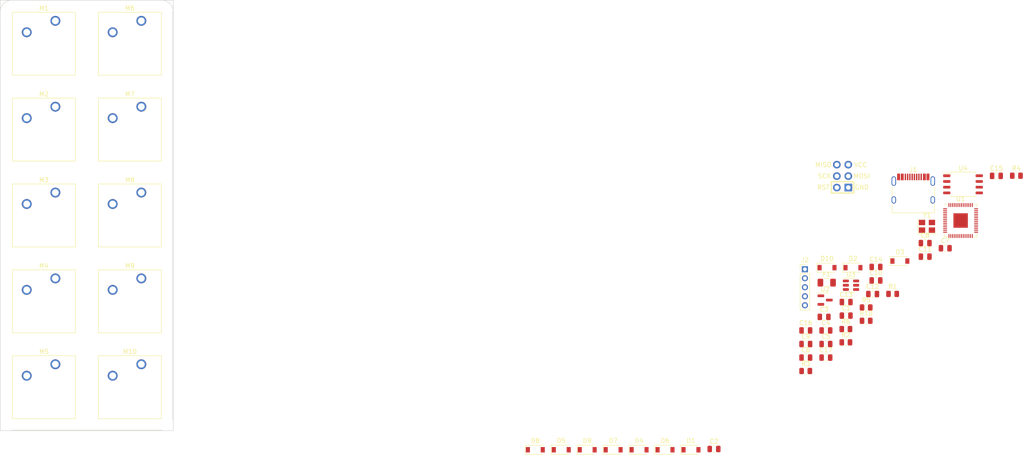
<source format=kicad_pcb>
(kicad_pcb (version 20211014) (generator pcbnew)
  (layers (0 "F.Cu" signal) (31 "B.Cu" signal) (34 "B.Paste" user) (35 "F.Paste" user) (36 "B.SilkS" user "B.Silkscreen") (37 "F.SilkS" user "F.Silkscreen") (38 "B.Mask" user) (39 "F.Mask" user) (44 "Edge.Cuts" user))
  (net 0 "")
  (net 1 "GND")
  (net 2 "Net-(C1-Pad2)")
  (net 3 "Net-(C2-Pad2)")
  (net 4 "+3.3V")
  (net 5 "Net-(C4-Pad1)")
  (net 6 "Net-(C5-Pad1)")
  (net 7 "+1V1")
  (net 8 "Net-(D1-Pad1)")
  (net 9 "Net-(M1-Pad2)")
  (net 10 "Net-(D2-Pad1)")
  (net 11 "Net-(M2-Pad2)")
  (net 12 "Net-(D3-Pad1)")
  (net 13 "Net-(M3-Pad2)")
  (net 14 "Net-(D4-Pad1)")
  (net 15 "Net-(M4-Pad2)")
  (net 16 "Net-(D5-Pad1)")
  (net 17 "Net-(M5-Pad2)")
  (net 18 "Net-(D6-Pad2)")
  (net 19 "Net-(D7-Pad2)")
  (net 20 "Net-(D8-Pad2)")
  (net 21 "Net-(D9-Pad2)")
  (net 22 "Net-(D10-Pad2)")
  (net 23 "+5V")
  (net 24 "VBUS")
  (net 25 "Net-(J1-PadA5)")
  (net 26 "DP")
  (net 27 "DN")
  (net 29 "Net-(J1-PadB5)")
  (net 31 "Reset")
  (net 32 "DIO")
  (net 33 "CLK")
  (net 34 "Net-(M1-Pad1)")
  (net 35 "Net-(M10-Pad1)")
  (net 36 "Net-(R1-Pad1)")
  (net 37 "Net-(R2-Pad2)")
  (net 38 "Net-(R3-Pad2)")
  (net 39 "Net-(R4-Pad1)")
  (net 40 "SS")
  (net 71 "SD3")
  (net 72 "SCLK")
  (net 73 "SD0")
  (net 74 "SD2")
  (net 75 "SD1")
  (footprint "Button_Switch_Keyboard:SW_Cherry_MX_1.00u_PCB" (layer "F.Cu") (at 35.08375 64.77)
    (fp_text reference "M3" (at -2.54 -2.794) (layer "F.SilkS"))
    (fp_text value "MX-NoLED")
    (fp_line (start -9.525 -1.905) (end 4.445 -1.905) (layer "F.SilkS") (width 0.12))
    (fp_line (start 4.445 12.065) (end -9.525 12.065) (layer "F.SilkS") (width 0.12))
    (fp_line (start 4.445 -1.905) (end 4.445 12.065) (layer "F.SilkS") (width 0.12))
    (fp_line (start -9.525 12.065) (end -9.525 -1.905) (layer "F.SilkS") (width 0.12))
    (pad "" np_thru_hole circle (at 2.54 5.08) (size 1.7 1.7) (drill 1.7) (layers *.Cu *.Mask))
    (pad "" np_thru_hole circle (at -2.54 5.08) (size 4 4) (drill 4) (layers *.Cu *.Mask))
    (pad "" np_thru_hole circle (at -7.62 5.08) (size 1.7 1.7) (drill 1.7) (layers *.Cu *.Mask))
    (pad "1" thru_hole circle (at 0 0) (size 2.2 2.2) (drill 1.5) (layers *.Cu *.Mask) (net 34 "Net-(M1-Pad1)"))
    (pad "2" thru_hole circle (at -6.35 2.54) (size 2.2 2.2) (drill 1.5) (layers *.Cu *.Mask) (net 13 "Net-(M3-Pad2)"))
  )
  (footprint "Capacitor_SMD:C_0805_2012Metric" (layer "F.Cu") (at 232.30375 77.125)
    (fp_text reference "C7" (at 0 -1.68) (layer "F.SilkS"))
    (fp_text value "100nF")
    (fp_line (start -0.261252 -0.735) (end 0.261252 -0.735) (layer "F.SilkS") (width 0.12))
    (fp_line (start -0.261252 0.735) (end 0.261252 0.735) (layer "F.SilkS") (width 0.12))
    (pad "1" smd roundrect (at -0.95 0) (size 1 1.45) (layers "F.Cu" "F.Paste" "F.Mask") (net 7 "+1V1"))
    (pad "2" smd roundrect (at 0.95 0) (size 1 1.45) (layers "F.Cu" "F.Paste" "F.Mask") (net 1 "GND"))
  )
  (footprint "Resistor_SMD:R_0805_2012Metric" (layer "F.Cu") (at 214.77375 90.265)
    (fp_text reference "R5" (at 0 -1.65) (layer "F.SilkS"))
    (fp_text value "5.1k")
    (fp_line (start -0.227064 -0.735) (end 0.227064 -0.735) (layer "F.SilkS") (width 0.12))
    (fp_line (start -0.227064 0.735) (end 0.227064 0.735) (layer "F.SilkS") (width 0.12))
    (pad "1" smd roundrect (at -0.9125 0) (size 1.025 1.4) (layers "F.Cu" "F.Paste" "F.Mask") (roundrect_rratio 0.243902) (net 25 "Net-(J1-PadA5)"))
    (pad "2" smd roundrect (at 0.9125 0) (size 1.025 1.4) (layers "F.Cu" "F.Paste" "F.Mask") (roundrect_rratio 0.243902) (net 1 "GND"))
  )
  (footprint "Diode_SMD:D_SOD-123" (layer "F.Cu") (at 141.45375 121.835)
    (fp_text reference "D8" (at 0 -2) (layer "F.SilkS"))
    (fp_text value "D_Small")
    (fp_line (start -2.25 -1) (end 1.65 -1) (layer "F.SilkS") (width 0.12))
    (fp_line (start -2.25 -1) (end -2.25 1) (layer "F.SilkS") (width 0.12))
    (fp_line (start -2.25 1) (end 1.65 1) (layer "F.SilkS") (width 0.12))
    (pad "1" smd rect (at -1.65 0) (size 0.9 1.2) (layers "F.Cu" "F.Paste" "F.Mask") (net 12 "Net-(D3-Pad1)"))
    (pad "2" smd rect (at 1.65 0) (size 0.9 1.2) (layers "F.Cu" "F.Paste" "F.Mask") (net 20 "Net-(D8-Pad2)"))
  )
  (footprint "Diode_SMD:D_SOD-123" (layer "F.Cu") (at 175.95375 121.835)
    (fp_text reference "D1" (at 0 -2) (layer "F.SilkS"))
    (fp_text value "D_Small")
    (fp_line (start -2.25 1) (end 1.65 1) (layer "F.SilkS") (width 0.12))
    (fp_line (start -2.25 -1) (end -2.25 1) (layer "F.SilkS") (width 0.12))
    (fp_line (start -2.25 -1) (end 1.65 -1) (layer "F.SilkS") (width 0.12))
    (pad "1" smd rect (at -1.65 0) (size 0.9 1.2) (layers "F.Cu" "F.Paste" "F.Mask") (net 8 "Net-(D1-Pad1)"))
    (pad "2" smd rect (at 1.65 0) (size 0.9 1.2) (layers "F.Cu" "F.Paste" "F.Mask") (net 9 "Net-(M1-Pad2)"))
  )
  (footprint "Resistor_SMD:R_0805_2012Metric" (layer "F.Cu") (at 210.28375 95.055)
    (fp_text reference "R6" (at 0 -1.65) (layer "F.SilkS"))
    (fp_text value "5.1k")
    (fp_line (start -0.227064 -0.735) (end 0.227064 -0.735) (layer "F.SilkS") (width 0.12))
    (fp_line (start -0.227064 0.735) (end 0.227064 0.735) (layer "F.SilkS") (width 0.12))
    (pad "1" smd roundrect (at -0.9125 0) (size 1.025 1.4) (layers "F.Cu" "F.Paste" "F.Mask") (roundrect_rratio 0.243902) (net 29 "Net-(J1-PadB5)"))
    (pad "2" smd roundrect (at 0.9125 0) (size 1.025 1.4) (layers "F.Cu" "F.Paste" "F.Mask") (roundrect_rratio 0.243902) (net 1 "GND"))
  )
  (footprint "Capacitor_SMD:C_0805_2012Metric" (layer "F.Cu") (at 205.85375 98.375)
    (fp_text reference "C5" (at 0 -1.68) (layer "F.SilkS"))
    (fp_text value "1uF")
    (fp_line (start -0.261252 0.735) (end 0.261252 0.735) (layer "F.SilkS") (width 0.12))
    (fp_line (start -0.261252 -0.735) (end 0.261252 -0.735) (layer "F.SilkS") (width 0.12))
    (pad "1" smd roundrect (at -0.95 0) (size 1 1.45) (layers "F.Cu" "F.Paste" "F.Mask") (net 6 "Net-(C5-Pad1)"))
    (pad "2" smd roundrect (at 0.95 0) (size 1 1.45) (layers "F.Cu" "F.Paste" "F.Mask") (net 1 "GND"))
  )
  (footprint "Capacitor_SMD:C_0805_2012Metric" (layer "F.Cu") (at 205.85375 101.385)
    (fp_text reference "C17" (at 0 -1.68) (layer "F.SilkS"))
    (fp_text value "100nF")
    (fp_line (start -0.261252 0.735) (end 0.261252 0.735) (layer "F.SilkS") (width 0.12))
    (fp_line (start -0.261252 -0.735) (end 0.261252 -0.735) (layer "F.SilkS") (width 0.12))
    (pad "1" smd roundrect (at -0.95 0) (size 1 1.45) (layers "F.Cu" "F.Paste" "F.Mask") (net 4 "+3.3V"))
    (pad "2" smd roundrect (at 0.95 0) (size 1 1.45) (layers "F.Cu" "F.Paste" "F.Mask") (net 1 "GND"))
  )
  (footprint "Package_TO_SOT_SMD:SOT-23-6" (layer "F.Cu") (at 211.41375 85.335)
    (fp_text reference "U3" (at 0 -2.4) (layer "F.SilkS"))
    (fp_text value "SRV05-4")
    (fp_line (start 0 1.56) (end 0.8 1.56) (layer "F.SilkS") (width 0.12))
    (fp_line (start 0 -1.56) (end -1.8 -1.56) (layer "F.SilkS") (width 0.12))
    (fp_line (start 0 -1.56) (end 0.8 -1.56) (layer "F.SilkS") (width 0.12))
    (fp_line (start 0 1.56) (end -0.8 1.56) (layer "F.SilkS") (width 0.12))
    (pad "1" smd roundrect (at -1.1375 -0.95) (size 1.325 0.6) (layers "F.Cu" "F.Paste" "F.Mask") (net 26 "DP"))
    (pad "2" smd roundrect (at -1.1375 0) (size 1.325 0.6) (layers "F.Cu" "F.Paste" "F.Mask") (net 1 "GND"))
    (pad "3" smd roundrect (at -1.1375 0.95) (size 1.325 0.6) (layers "F.Cu" "F.Paste" "F.Mask"))
    (pad "4" smd roundrect (at 1.1375 0.95) (size 1.325 0.6) (layers "F.Cu" "F.Paste" "F.Mask") (net 27 "DN"))
    (pad "5" smd roundrect (at 1.1375 0) (size 1.325 0.6) (layers "F.Cu" "F.Paste" "F.Mask") (net 23 "+5V"))
    (pad "6" smd roundrect (at 1.1375 -0.95) (size 1.325 0.6) (layers "F.Cu" "F.Paste" "F.Mask"))
  )
  (footprint "Button_Switch_Keyboard:SW_Cherry_MX_1.00u_PCB" (layer "F.Cu") (at 54.13375 102.87)
    (fp_text reference "M10" (at -2.54 -2.794) (layer "F.SilkS"))
    (fp_text value "MX-NoLED")
    (fp_line (start -9.525 12.065) (end -9.525 -1.905) (layer "F.SilkS") (width 0.12))
    (fp_line (start -9.525 -1.905) (end 4.445 -1.905) (layer "F.SilkS") (width 0.12))
    (fp_line (start 4.445 12.065) (end -9.525 12.065) (layer "F.SilkS") (width 0.12))
    (fp_line (start 4.445 -1.905) (end 4.445 12.065) (layer "F.SilkS") (width 0.12))
    (pad "" np_thru_hole circle (at 2.54 5.08) (size 1.7 1.7) (drill 1.7) (layers *.Cu *.Mask))
    (pad "" np_thru_hole circle (at -7.62 5.08) (size 1.7 1.7) (drill 1.7) (layers *.Cu *.Mask))
    (pad "" np_thru_hole circle (at -2.54 5.08) (size 4 4) (drill 4) (layers *.Cu *.Mask))
    (pad "1" thru_hole circle (at 0 0) (size 2.2 2.2) (drill 1.5) (layers *.Cu *.Mask) (net 35 "Net-(M10-Pad1)"))
    (pad "2" thru_hole circle (at -6.35 2.54) (size 2.2 2.2) (drill 1.5) (layers *.Cu *.Mask) (net 22 "Net-(D10-Pad2)"))
  )
  (footprint "Button_Switch_Keyboard:SW_Cherry_MX_1.00u_PCB" (layer "F.Cu") (at 54.13375 26.67)
    (fp_text reference "M6" (at -2.54 -2.794) (layer "F.SilkS"))
    (fp_text value "MX-NoLED")
    (fp_line (start -9.525 12.065) (end -9.525 -1.905) (layer "F.SilkS") (width 0.12))
    (fp_line (start 4.445 12.065) (end -9.525 12.065) (layer "F.SilkS") (width 0.12))
    (fp_line (start 4.445 -1.905) (end 4.445 12.065) (layer "F.SilkS") (width 0.12))
    (fp_line (start -9.525 -1.905) (end 4.445 -1.905) (layer "F.SilkS") (width 0.12))
    (pad "" np_thru_hole circle (at -7.62 5.08) (size 1.7 1.7) (drill 1.7) (layers *.Cu *.Mask))
    (pad "" np_thru_hole circle (at -2.54 5.08) (size 4 4) (drill 4) (layers *.Cu *.Mask))
    (pad "" np_thru_hole circle (at 2.54 5.08) (size 1.7 1.7) (drill 1.7) (layers *.Cu *.Mask))
    (pad "1" thru_hole circle (at 0 0) (size 2.2 2.2) (drill 1.5) (layers *.Cu *.Mask) (net 35 "Net-(M10-Pad1)"))
    (pad "2" thru_hole circle (at -6.35 2.54) (size 2.2 2.2) (drill 1.5) (layers *.Cu *.Mask) (net 18 "Net-(D6-Pad2)"))
  )
  (footprint "Diode_SMD:D_SOD-123" (layer "F.Cu") (at 211.85375 81.435)
    (fp_text reference "D2" (at 0 -2) (layer "F.SilkS"))
    (fp_text value "D_Small")
    (fp_line (start -2.25 -1) (end 1.65 -1) (layer "F.SilkS") (width 0.12))
    (fp_line (start -2.25 -1) (end -2.25 1) (layer "F.SilkS") (width 0.12))
    (fp_line (start -2.25 1) (end 1.65 1) (layer "F.SilkS") (width 0.12))
    (pad "1" smd rect (at -1.65 0) (size 0.9 1.2) (layers "F.Cu" "F.Paste" "F.Mask") (net 10 "Net-(D2-Pad1)"))
    (pad "2" smd rect (at 1.65 0) (size 0.9 1.2) (layers "F.Cu" "F.Paste" "F.Mask") (net 11 "Net-(M2-Pad2)"))
  )
  (footprint "Diode_SMD:D_SOD-123" (layer "F.Cu") (at 147.20375 121.835)
    (fp_text reference "D5" (at 0 -2) (layer "F.SilkS"))
    (fp_text value "D_Small")
    (fp_line (start -2.25 -1) (end -2.25 1) (layer "F.SilkS") (width 0.12))
    (fp_line (start -2.25 -1) (end 1.65 -1) (layer "F.SilkS") (width 0.12))
    (fp_line (start -2.25 1) (end 1.65 1) (layer "F.SilkS") (width 0.12))
    (pad "1" smd rect (at -1.65 0) (size 0.9 1.2) (layers "F.Cu" "F.Paste" "F.Mask") (net 16 "Net-(D5-Pad1)"))
    (pad "2" smd rect (at 1.65 0) (size 0.9 1.2) (layers "F.Cu" "F.Paste" "F.Mask") (net 17 "Net-(M5-Pad2)"))
  )
  (footprint "random-keyboard-parts:Reset_Pretty" (layer "F.Cu") (at 209.55 61.11875)
    (fp_text reference "SW1")
    (fp_text value "Boot")
    (fp_text user "MISO" (at -4.25 -2.5) (layer "F.SilkS"))
    (fp_text user "SCK" (at -4 0) (layer "F.SilkS"))
    (fp_text user "MOSI" (at 4.25 0) (layer "F.SilkS"))
    (fp_text user "VCC" (at 4 -2.5) (layer "F.SilkS"))
    (fp_text user "GND" (at 4.25 2.5) (layer "F.SilkS"))
    (fp_text user "RST" (at -4.25 2.5) (layer "F.SilkS"))
    (fp_line (start -2.5 3.75) (end -2.5 1.25) (layer "F.SilkS") (width 0.25))
    (fp_line (start 2.5 3.75) (end -2.5 3.75) (layer "F.SilkS") (width 0.25))
    (fp_line (start 2.5 1.25) (end 2.5 3.75) (layer "F.SilkS") (width 0.25))
    (fp_line (start -2.5 1.25) (end 2.5 1.25) (layer "F.SilkS") (width 0.25))
    (pad "1" thru_hole circle locked (at -1.27 -2.54) (size 1.7 1.7) (drill 1) (layers *.Cu *.Mask) (net 39 "Net-(R4-Pad1)"))
    (pad "2" thru_hole circle locked (at 1.27 -2.54) (size 1.7 1.7) (drill 1) (layers *.Cu *.Mask) (net 1 "GND"))
    (pad "3" thru_hole circle locked (at -1.27 0) (size 1.7 1.7) (drill 1) (layers *.Cu *.Mask))
    (pad "4" thru_hole circle locked (at 1.27 0) (size 1.7 1.7) (drill 1) (layers *.Cu *.Mask))
    (pad "5" thru_hole circle locked (at -1.27 2.54) (size 1.7 1.7) (drill 1) (layers *.Cu *.Mask))
    (pad "6" thru_hole rect locked (at 1.27 2.54) (size 1.7 1.7) (drill 1) (layers *.Cu *.Mask))
  )
  (footprint "Button_Switch_Keyboard:SW_Cherry_MX_1.00u_PCB" (layer "F.Cu") (at 35.08375 102.87)
    (fp_text reference "M5" (at -2.54 -2.794) (layer "F.SilkS"))
    (fp_text value "MX-NoLED")
    (fp_line (start -9.525 -1.905) (end 4.445 -1.905) (layer "F.SilkS") (width 0.12))
    (fp_line (start 4.445 -1.905) (end 4.445 12.065) (layer "F.SilkS") (width 0.12))
    (fp_line (start 4.445 12.065) (end -9.525 12.065) (layer "F.SilkS") (width 0.12))
    (fp_line (start -9.525 12.065) (end -9.525 -1.905) (layer "F.SilkS") (width 0.12))
    (pad "" np_thru_hole circle (at 2.54 5.08) (size 1.7 1.7) (drill 1.7) (layers *.Cu *.Mask))
    (pad "" np_thru_hole circle (at -7.62 5.08) (size 1.7 1.7) (drill 1.7) (layers *.Cu *.Mask))
    (pad "" np_thru_hole circle (at -2.54 5.08) (size 4 4) (drill 4) (layers *.Cu *.Mask))
    (pad "1" thru_hole circle (at 0 0) (size 2.2 2.2) (drill 1.5) (layers *.Cu *.Mask) (net 34 "Net-(M1-Pad1)"))
    (pad "2" thru_hole circle (at -6.35 2.54) (size 2.2 2.2) (drill 1.5) (layers *.Cu *.Mask) (net 17 "Net-(M5-Pad2)"))
  )
  (footprint "Capacitor_SMD:C_0805_2012Metric" (layer "F.Cu") (at 205.85375 95.365)
    (fp_text reference "C4" (at 0 -1.68) (layer "F.SilkS"))
    (fp_text value "1uF")
    (fp_line (start -0.261252 0.735) (end 0.261252 0.735) (layer "F.SilkS") (width 0.12))
    (fp_line (start -0.261252 -0.735) (end 0.261252 -0.735) (layer "F.SilkS") (width 0.12))
    (pad "1" smd roundrect (at -0.95 0) (size 1 1.45) (layers "F.Cu" "F.Paste" "F.Mask") (net 5 "Net-(C4-Pad1)"))
    (pad "2" smd roundrect (at 0.95 0) (size 1 1.45) (layers "F.Cu" "F.Paste" "F.Mask") (net 1 "GND"))
  )
  (footprint "Capacitor_SMD:C_0805_2012Metric" (layer "F.Cu") (at 210.34375 89.065)
    (fp_text reference "C13" (at 0 -1.68) (layer "F.SilkS"))
    (fp_text value "100nF")
    (fp_line (start -0.261252 0.735) (end 0.261252 0.735) (layer "F.SilkS") (width 0.12))
    (fp_line (start -0.261252 -0.735) (end 0.261252 -0.735) (layer "F.SilkS") (width 0.12))
    (pad "1" smd roundrect (at -0.95 0) (size 1 1.45) (layers "F.Cu" "F.Paste" "F.Mask") (net 4 "+3.3V"))
    (pad "2" smd roundrect (at 0.95 0) (size 1 1.45) (layers "F.Cu" "F.Paste" "F.Mask") (net 1 "GND"))
  )
  (footprint "Diode_SMD:D_SOD-123" (layer "F.Cu") (at 170.20375 121.835)
    (fp_text reference "D6" (at 0 -2) (layer "F.SilkS"))
    (fp_text value "D_Small")
    (fp_line (start -2.25 -1) (end -2.25 1) (layer "F.SilkS") (width 0.12))
    (fp_line (start -2.25 1) (end 1.65 1) (layer "F.SilkS") (width 0.12))
    (fp_line (start -2.25 -1) (end 1.65 -1) (layer "F.SilkS") (width 0.12))
    (pad "1" smd rect (at -1.65 0) (size 0.9 1.2) (layers "F.Cu" "F.Paste" "F.Mask") (net 8 "Net-(D1-Pad1)"))
    (pad "2" smd rect (at 1.65 0) (size 0.9 1.2) (layers "F.Cu" "F.Paste" "F.Mask") (net 18 "Net-(D6-Pad2)"))
  )
  (footprint "Capacitor_SMD:C_0805_2012Metric" (layer "F.Cu") (at 210.34375 92.075)
    (fp_text reference "C1" (at 0 -1.68) (layer "F.SilkS"))
    (fp_text value "22pF")
    (fp_line (start -0.261252 0.735) (end 0.261252 0.735) (layer "F.SilkS") (width 0.12))
    (fp_line (start -0.261252 -0.735) (end 0.261252 -0.735) (layer "F.SilkS") (width 0.12))
    (pad "1" smd roundrect (at -0.95 0) (size 1 1.45) (layers "F.Cu" "F.Paste" "F.Mask") (net 1 "GND"))
    (pad "2" smd roundrect (at 0.95 0) (size 1 1.45) (layers "F.Cu" "F.Paste" "F.Mask") (net 2 "Net-(C1-Pad2)"))
  )
  (footprint "Package_SO:SOIC-8_5.23x5.23mm_P1.27mm" (layer "F.Cu") (at 236.24375 62.945)
    (fp_text reference "U4" (at 0 -3.56) (layer "F.SilkS"))
    (fp_text value "W25Q128JVS")
    (fp_line (start 0 -2.725) (end -2.725 -2.725) (layer "F.SilkS") (width 0.12))
    (fp_line (start 0 2.725) (end 2.725 2.725) (layer "F.SilkS") (width 0.12))
    (fp_line (start 0 2.725) (end -2.725 2.725) (layer "F.SilkS") (width 0.12))
    (fp_line (start 2.725 -2.725) (end 2.725 -2.465) (layer "F.SilkS") (width 0.12))
    (fp_line (start -2.725 -2.465) (end -4.4 -2.465) (layer "F.SilkS") (width 0.12))
    (fp_line (start 0 -2.725) (end 2.725 -2.725) (layer "F.SilkS") (width 0.12))
    (fp_line (start 2.725 2.725) (end 2.725 2.465) (layer "F.SilkS") (width 0.12))
    (fp_line (start -2.725 2.725) (end -2.725 2.465) (layer "F.SilkS") (width 0.12))
    (fp_line (start -2.725 -2.725) (end -2.725 -2.465) (layer "F.SilkS") (width 0.12))
    (pad "1" smd roundrect (at -3.6 -1.905) (size 1.6 0.6) (layers "F.Cu" "F.Paste" "F.Mask") (net 40 "SS"))
    (pad "2" smd roundrect (at -3.6 -0.635) (size 1.6 0.6) (layers "F.Cu" "F.Paste" "F.Mask") (net 75 "SD1"))
    (pad "3" smd roundrect (at -3.6 0.635) (size 1.6 0.6) (layers "F.Cu" "F.Paste" "F.Mask") (net 74 "SD2"))
    (pad "4" smd roundrect (at -3.6 1.905) (size 1.6 0.6) (layers "F.Cu" "F.Paste" "F.Mask") (net 1 "GND"))
    (pad "5" smd roundrect (at 3.6 1.905) (size 1.6 0.6) (layers "F.Cu" "F.Paste" "F.Mask") (net 73 "SD0"))
    (pad "6" smd roundrect (at 3.6 0.635) (size 1.6 0.6) (layers "F.Cu" "F.Paste" "F.Mask") (net 72 "SCLK"))
    (pad "7" smd roundrect (at 3.6 -0.635) (size 1.6 0.6) (layers "F.Cu" "F.Paste" "F.Mask") (net 71 "SD3"))
    (pad "8" smd roundrect (at 3.6 -1.905) (size 1.6 0.6) (layers "F.Cu" "F.Paste" "F.Mask") (net 4 "+3.3V"))
  )
  (footprint "Diode_SMD:D_SOD-123" (layer "F.Cu") (at 158.70375 121.835)
    (fp_text reference "D7" (at 0 -2) (layer "F.SilkS"))
    (fp_text value "D_Small")
    (fp_line (start -2.25 1) (end 1.65 1) (layer "F.SilkS") (width 0.12))
    (fp_line (start -2.25 -1) (end 1.65 -1) (layer "F.SilkS") (width 0.12))
    (fp_line (start -2.25 -1) (end -2.25 1) (layer "F.SilkS") (width 0.12))
    (pad "1" smd rect (at -1.65 0) (size 0.9 1.2) (layers "F.Cu" "F.Paste" "F.Mask") (net 10 "Net-(D2-Pad1)"))
    (pad "2" smd rect (at 1.65 0) (size 0.9 1.2) (layers "F.Cu" "F.Paste" "F.Mask") (net 19 "Net-(D7-Pad2)"))
  )
  (footprint "Button_Switch_Keyboard:SW_Cherry_MX_1.00u_PCB" (layer "F.Cu") (at 54.13375 45.72)
    (fp_text reference "M7" (at -2.54 -2.794) (layer "F.SilkS"))
    (fp_text value "MX-NoLED")
    (fp_line (start -9.525 12.065) (end -9.525 -1.905) (layer "F.SilkS") (width 0.12))
    (fp_line (start -9.525 -1.905) (end 4.445 -1.905) (layer "F.SilkS") (width 0.12))
    (fp_line (start 4.445 12.065) (end -9.525 12.065) (layer "F.SilkS") (width 0.12))
    (fp_line (start 4.445 -1.905) (end 4.445 12.065) (layer "F.SilkS") (width 0.12))
    (pad "" np_thru_hole circle (at -7.62 5.08) (size 1.7 1.7) (drill 1.7) (layers *.Cu *.Mask))
    (pad "" np_thru_hole circle (at -2.54 5.08) (size 4 4) (drill 4) (layers *.Cu *.Mask))
    (pad "" np_thru_hole circle (at 2.54 5.08) (size 1.7 1.7) (drill 1.7) (layers *.Cu *.Mask))
    (pad "1" thru_hole circle (at 0 0) (size 2.2 2.2) (drill 1.5) (layers *.Cu *.Mask) (net 35 "Net-(M10-Pad1)"))
    (pad "2" thru_hole circle (at -6.35 2.54) (size 2.2 2.2) (drill 1.5) (layers *.Cu *.Mask) (net 19 "Net-(D7-Pad2)"))
  )
  (footprint "Package_TO_SOT_SMD:SOT-23" (layer "F.Cu") (at 205.67375 88.625)
    (fp_text reference "U2" (at 0 -2.4) (layer "F.SilkS"))
    (fp_text value "XC6206PxxxMR")
    (fp_line (start 0 1.56) (end 0.65 1.56) (layer "F.SilkS") (width 0.12))
    (fp_line (start 0 -1.56) (end -1.675 -1.56) (layer "F.SilkS") (width 0.12))
    (fp_line (start 0 -1.56) (end 0.65 -1.56) (layer "F.SilkS") (width 0.12))
    (fp_line (start 0 1.56) (end -0.65 1.56) (layer "F.SilkS") (width 0.12))
    (pad "1" smd roundrect (at -0.9375 -0.95) (size 1.475 0.6) (layers "F.Cu" "F.Paste" "F.Mask") (net 1 "GND"))
    (pad "2" smd roundrect (at -0.9375 0.95) (size 1.475 0.6) (layers "F.Cu" "F.Paste" "F.Mask") (net 6 "Net-(C5-Pad1)"))
    (pad "3" smd roundrect (at 0.9375 0) (size 1.475 0.6) (layers "F.Cu" "F.Paste" "F.Mask") (net 5 "Net-(C4-Pad1)"))
  )
  (footprint "Capacitor_SMD:C_0805_2012Metric" (layer "F.Cu") (at 205.45375 92.355)
    (fp_text reference "C3" (at 0 -1.68) (layer "F.SilkS"))
    (fp_text value "100nF")
    (fp_line (start -0.261252 0.735) (end 0.261252 0.735) (layer "F.SilkS") (width 0.12))
    (fp_line (start -0.261252 -0.735) (end 0.261252 -0.735) (layer "F.SilkS") (width 0.12))
    (pad "1" smd roundrect (at -0.95 0) (size 1 1.45) (layers "F.Cu" "F.Paste" "F.Mask") (net 1 "GND"))
    (pad "2" smd roundrect (at 0.95 0) (size 1 1.45) (layers "F.Cu" "F.Paste" "F.Mask") (net 4 "+3.3V"))
  )
  (footprint "Resistor_SMD:R_0805_2012Metric" (layer "F.Cu") (at 201.38375 104.365)
    (fp_text reference "R3" (at 0 -1.65) (layer "F.SilkS"))
    (fp_text value "1k")
    (fp_line (start -0.227064 -0.735) (end 0.227064 -0.735) (layer "F.SilkS") (width 0.12))
    (fp_line (start -0.227064 0.735) (end 0.227064 0.735) (layer "F.SilkS") (width 0.12))
    (pad "1" smd roundrect (at -0.9125 0) (size 1.025 1.4) (layers "F.Cu" "F.Paste" "F.Mask") (roundrect_rratio 0.243902) (net 3 "Net-(C2-Pad2)"))
    (pad "2" smd roundrect (at 0.9125 0) (size 1.025 1.4) (layers "F.Cu" "F.Paste" "F.Mask") (roundrect_rratio 0.243902) (net 38 "Net-(R3-Pad2)"))
  )
  (footprint "Connector_PinHeader_2.00mm:PinHeader_1x05_P2.00mm_Vertical" (layer "F.Cu") (at 201.20375 81.785)
    (fp_text reference "J2" (at 0 -2.06) (layer "F.SilkS"))
    (fp_text value "Conn_01x05")
    (fp_line (start -1.06 1) (end -1.06 9.06) (layer "F.SilkS") (width 0.12))
    (fp_line (start -1.06 1) (end 1.06 1) (layer "F.SilkS") (width 0.12))
    (fp_line (start -1.06 9.06) (end 1.06 9.06) (layer "F.SilkS") (width 0.12))
    (fp_line (start -1.06 -1.06) (end 0 -1.06) (layer "F.SilkS") (width 0.12))
    (fp_line (start 1.06 1) (end 1.06 9.06) (layer "F.SilkS") (width 0.12))
    (fp_line (start -1.06 0) (end -1.06 -1.06) (layer "F.SilkS") (width 0.12))
    (pad "1" thru_hole rect (at 0 0) (size 1.35 1.35) (drill 0.8) (layers *.Cu *.Mask) (net 31 "Reset"))
    (pad "2" thru_hole oval (at 0 2) (size 1.35 1.35) (drill 0.8) (layers *.Cu *.Mask) (net 1 "GND"))
    (pad "3" thru_hole oval (at 0 4) (size 1.35 1.35) (drill 0.8) (layers *.Cu *.Mask) (net 4 "+3.3V"))
    (pad "4" thru_hole oval (at 0 6) (size 1.35 1.35) (drill 0.8) (layers *.Cu *.Mask) (net 32 "DIO"))
    (pad "5" thru_hole oval (at 0 8) (size 1.35 1.35) (drill 0.8) (layers *.Cu *.Mask) (net 33 "CLK"))
  )
  (footprint "Resistor_SMD:R_0805_2012Metric" (layer "F.Cu") (at 214.77375 93.215)
    (fp_text reference "R10" (at 0 -1.65) (layer "F.SilkS"))
    (fp_text value "1k")
    (fp_line (start -0.227064 -0.735) (end 0.227064 -0.735) (layer "F.SilkS") (width 0.12))
    (fp_line (start -0.227064 0.735) (end 0.227064 0.735) (layer "F.SilkS") (width 0.12))
    (pad "1" smd roundrect (at -0.9125 0) (size 1.025 1.4) (layers "F.Cu" "F.Paste" "F.Mask") (roundrect_rratio 0.243902) (net 4 "+3.3V"))
    (pad "2" smd roundrect (at 0.9125 0) (size 1.025 1.4) (layers "F.Cu" "F.Paste" "F.Mask") (roundrect_rratio 0.243902) (net 31 "Reset"))
  )
  (footprint "Diode_SMD:D_SOD-123" (layer "F.Cu") (at 222.25375 79.965)
    (fp_text reference "D3" (at 0 -2) (layer "F.SilkS"))
    (fp_text value "D_Small")
    (fp_line (start -2.25 1) (end 1.65 1) (layer "F.SilkS") (width 0.12))
    (fp_line (start -2.25 -1) (end -2.25 1) (layer "F.SilkS") (width 0.12))
    (fp_line (start -2.25 -1) (end 1.65 -1) (layer "F.SilkS") (width 0.12))
    (pad "1" smd rect (at -1.65 0) (size 0.9 1.2) (layers "F.Cu" "F.Paste" "F.Mask") (net 12 "Net-(D3-Pad1)"))
    (pad "2" smd rect (at 1.65 0) (size 0.9 1.2) (layers "F.Cu" "F.Paste" "F.Mask") (net 13 "Net-(M3-Pad2)"))
  )
  (footprint "Capacitor_SMD:C_0805_2012Metric" (layer "F.Cu") (at 216.95375 81.265)
    (fp_text reference "C14" (at 0 -1.68) (layer "F.SilkS"))
    (fp_text value "100nF")
    (fp_line (start -0.261252 0.735) (end 0.261252 0.735) (layer "F.SilkS") (width 0.12))
    (fp_line (start -0.261252 -0.735) (end 0.261252 -0.735) (layer "F.SilkS") (width 0.12))
    (pad "1" smd roundrect (at -0.95 0) (size 1 1.45) (layers "F.Cu" "F.Paste" "F.Mask") (net 4 "+3.3V"))
    (pad "2" smd roundrect (at 0.95 0) (size 1 1.45) (layers "F.Cu" "F.Paste" "F.Mask") (net 1 "GND"))
  )
  (footprint "Button_Switch_Keyboard:SW_Cherry_MX_1.00u_PCB" (layer "F.Cu") (at 54.13375 83.82)
    (fp_text reference "M9" (at -2.54 -2.794) (layer "F.SilkS"))
    (fp_text value "MX-NoLED")
    (fp_line (start -9.525 12.065) (end -9.525 -1.905) (layer "F.SilkS") (width 0.12))
    (fp_line (start 4.445 -1.905) (end 4.445 12.065) (layer "F.SilkS") (width 0.12))
    (fp_line (start 4.445 12.065) (end -9.525 12.065) (layer "F.SilkS") (width 0.12))
    (fp_line (start -9.525 -1.905) (end 4.445 -1.905) (layer "F.SilkS") (width 0.12))
    (pad "" np_thru_hole circle (at -2.54 5.08) (size 4 4) (drill 4) (layers *.Cu *.Mask))
    (pad "" np_thru_hole circle (at -7.62 5.08) (size 1.7 1.7) (drill 1.7) (layers *.Cu *.Mask))
    (pad "" np_thru_hole circle (at 2.54 5.08) (size 1.7 1.7) (drill 1.7) (layers *.Cu *.Mask))
    (pad "1" thru_hole circle (at 0 0) (size 2.2 2.2) (drill 1.5) (layers *.Cu *.Mask) (net 35 "Net-(M10-Pad1)"))
    (pad "2" thru_hole circle (at -6.35 2.54) (size 2.2 2.2) (drill 1.5) (layers *.Cu *.Mask) (net 21 "Net-(D9-Pad2)"))
  )
  (footprint "Diode_SMD:D_SOD-123" (layer "F.Cu") (at 164.45375 121.835)
    (fp_text reference "D4" (at 0 -2) (layer "F.SilkS"))
    (fp_text value "D_Small")
    (fp_line (start -2.25 1) (end 1.65 1) (layer "F.SilkS") (width 0.12))
    (fp_line (start -2.25 -1) (end -2.25 1) (layer "F.SilkS") (width 0.12))
    (fp_line (start -2.25 -1) (end 1.65 -1) (layer "F.SilkS") (width 0.12))
    (pad "1" smd rect (at -1.65 0) (size 0.9 1.2) (layers "F.Cu" "F.Paste" "F.Mask") (net 14 "Net-(D4-Pad1)"))
    (pad "2" smd rect (at 1.65 0) (size 0.9 1.2) (layers "F.Cu" "F.Paste" "F.Mask") (net 15 "Net-(M4-Pad2)"))
  )
  (footprint "Capacitor_SMD:C_0805_2012Metric" (layer "F.Cu") (at 201.40375 101.385)
    (fp_text reference "C6" (at 0 -1.68) (layer "F.SilkS"))
    (fp_text value "1uF")
    (fp_line (start -0.261252 0.735) (end 0.261252 0.735) (layer "F.SilkS") (width 0.12))
    (fp_line (start -0.261252 -0.735) (end 0.261252 -0.735) (layer "F.SilkS") (width 0.12))
    (pad "1" smd roundrect (at -0.95 0) (size 1 1.45) (layers "F.Cu" "F.Paste" "F.Mask") (net 7 "+1V1"))
    (pad "2" smd roundrect (at 0.95 0) (size 1 1.45) (layers "F.Cu" "F.Paste" "F.Mask") (net 1 "GND"))
  )
  (footprint "Resistor_SMD:R_0805_2012Metric" (layer "F.Cu") (at 210.28375 98.005)
    (fp_text reference "R2" (at 0 -1.65) (layer "F.SilkS"))
    (fp_text value "27R")
    (fp_line (start -0.227064 -0.735) (end 0.227064 -0.735) (layer "F.SilkS") (width 0.12))
    (fp_line (start -0.227064 0.735) (end 0.227064 0.735) (layer "F.SilkS") (width 0.12))
    (pad "1" smd roundrect (at -0.9125 0) (size 1.025 1.4) (layers "F.Cu" "F.Paste" "F.Mask") (roundrect_rratio 0.243902) (net 27 "DN"))
    (pad "2" smd roundrect (at 0.9125 0) (size 1.025 1.4) (layers "F.Cu" "F.Paste" "F.Mask") (roundrect_rratio 0.243902) (net 37 "Net-(R2-Pad2)"))
  )
  (footprint "Fuse:Fuse_1206_3216Metric" (layer "F.Cu") (at 206.03375 84.755)
    (fp_text reference "F1" (at 0 -1.82) (layer "F.SilkS"))
    (fp_text value "500mA")
    (fp_line (start -0.602064 -0.91) (end 0.602064 -0.91) (layer "F.SilkS") (width 0.12))
    (fp_line (start -0.602064 0.91) (end 0.602064 0.91) (layer "F.SilkS") (width 0.12))
    (pad "1" smd roundrect (at -1.4 0) (size 1.25 1.75) (layers "F.Cu" "F.Paste" "F.Mask") (roundrect_rratio 0.2) (net 23 "+5V"))
    (pad "2" smd roundrect (at 1.4 0) (size 1.25 1.75) (layers "F.Cu" "F.Paste" "F.Mask") (roundrect_rratio 0.2) (net 24 "VBUS"))
  )
  (footprint "Button_Switch_Keyboard:SW_Cherry_MX_1.00u_PCB" (layer "F.Cu") (at 35.08375 45.72)
    (fp_text reference "M2" (at -2.54 -2.794) (layer "F.SilkS"))
    (fp_text value "MX-NoLED")
    (fp_line (start 4.445 -1.905) (end 4.445 12.065) (layer "F.SilkS") (width 0.12))
    (fp_line (start 4.445 12.065) (end -9.525 12.065) (layer "F.SilkS") (width 0.12))
    (fp_line (start -9.525 12.065) (end -9.525 -1.905) (layer "F.SilkS") (width 0.12))
    (fp_line (start -9.525 -1.905) (end 4.445 -1.905) (layer "F.SilkS") (width 0.12))
    (pad "" np_thru_hole circle (at -7.62 5.08) (size 1.7 1.7) (drill 1.7) (layers *.Cu *.Mask))
    (pad "" np_thru_hole circle (at -2.54 5.08) (size 4 4) (drill 4) (layers *.Cu *.Mask))
    (pad "" np_thru_hole circle (at 2.54 5.08) (size 1.7 1.7) (drill 1.7) (layers *.Cu *.Mask))
    (pad "1" thru_hole circle (at 0 0) (size 2.2 2.2) (drill 1.5) (layers *.Cu *.Mask) (net 34 "Net-(M1-Pad1)"))
    (pad "2" thru_hole circle (at -6.35 2.54) (size 2.2 2.2) (drill 1.5) (layers *.Cu *.Mask) (net 11 "Net-(M2-Pad2)"))
  )
  (footprint "Capacitor_SMD:C_0805_2012Metric" (layer "F.Cu") (at 201.40375 95.365)
    (fp_text reference "C16" (at 0 -1.68) (layer "F.SilkS"))
    (fp_text value "100nF")
    (fp_line (start -0.261252 -0.735) (end 0.261252 -0.735) (layer "F.SilkS") (width 0.12))
    (fp_line (start -0.261252 0.735) (end 0.261252 0.735) (layer "F.SilkS") (width 0.12))
    (pad "1" smd roundrect (at -0.95 0) (size 1 1.45) (layers "F.Cu" "F.Paste" "F.Mask") (net 4 "+3.3V"))
    (pad "2" smd roundrect (at 0.95 0) (size 1 1.45) (layers "F.Cu" "F.Paste" "F.Mask") (net 1 "GND"))
  )
  (footprint "Capacitor_SMD:C_0805_2012Metric" (layer "F.Cu") (at 201.40375 98.375)
    (fp_text reference "C9" (at 0 -1.68) (layer "F.SilkS"))
    (fp_text value "1uF")
    (fp_line (start -0.261252 0.735) (end 0.261252 0.735) (layer "F.SilkS") (width 0.12))
    (fp_line (start -0.261252 -0.735) (end 0.261252 -0.735) (layer "F.SilkS") (width 0.12))
    (pad "1" smd roundrect (at -0.95 0) (size 1 1.45) (layers "F.Cu" "F.Paste" "F.Mask") (net 4 "+3.3V"))
    (pad "2" smd roundrect (at 0.95 0) (size 1 1.45) (layers "F.Cu" "F.Paste" "F.Mask") (net 1 "GND"))
  )
  (footprint "Connector_USB:USB_C_Receptacle_HRO_TYPE-C-31-M-12" (layer "F.Cu") (at 225.22375 65.355)
    (fp_text reference "J1" (at 0 -5.645) (layer "F.SilkS"))
    (fp_text value "USB_C_Receptacle_USB2.0")
    (fp_line (start 4.7 -1.9) (end 4.7 0.1) (layer "F.SilkS") (width 0.12))
    (fp_line (start -4.7 3.9) (end 4.7 3.9) (layer "F.SilkS") (width 0.12))
    (fp_line (start 4.7 2) (end 4.7 3.9) (layer "F.SilkS") (width 0.12))
    (fp_line (start -4.7 -1.9) (end -4.7 0.1) (layer "F.SilkS") (width 0.12))
    (fp_line (start -4.7 2) (end -4.7 3.9) (layer "F.SilkS") (width 0.12))
    (pad "" np_thru_hole circle (at 2.89 -2.6) (size 0.65 0.65) (drill 0.65) (layers *.Cu *.Mask))
    (pad "" np_thru_hole circle (at -2.89 -2.6) (size 0.65 0.65) (drill 0.65) (layers *.Cu *.Mask))
    (pad "A1" smd rect (at -3.25 -4.045) (size 0.6 1.45) (layers "F.Cu" "F.Paste" "F.Mask") (net 1 "GND"))
    (pad "A4" smd rect (at -2.45 -4.045) (size 0.6 1.45) (layers "F.Cu" "F.Paste" "F.Mask") (net 24 "VBUS"))
    (pad "A5" smd rect (at -1.25 -4.045) (size 0.3 1.45) (layers "F.Cu" "F.Paste" "F.Mask") (net 25 "Net-(J1-PadA5)"))
    (pad "A6" smd rect (at -0.25 -4.045) (size 0.3 1.45) (layers "F.Cu" "F.Paste" "F.Mask") (net 26 "DP"))
    (pad "A7" smd rect (at 0.25 -4.045) (size 0.3 1.45) (layers "F.Cu" "F.Paste" "F.Mask") (net 27 "DN"))
    (pad "A8" smd rect (at 1.25 -4.045) (size 0.3 1.45) (layers "F.Cu" "F.Paste" "F.Mask"))
    (pad "A9" smd rect (at 2.45 -4.045) (size 0.6 1.45) (layers "F.Cu" "F.Paste" "F.Mask") (net 24 "VBUS"))
    (pad "A12" smd rect (at 3.25 -4.045) (size 0.6 1.45) (layers "F.Cu" "F.Paste" "F.Mask") (net 1 "GND"))
    (pad "B1" smd rect (at 3.25 -4.045) (size 0.6 1.45) (layers "F.Cu" "F.Paste" "F.Mask") (net 1 "GND"))
    (pad "B4" smd rect (at 2.45 -4.045) (size 0.6 1.45) (layers "F.Cu" "F.Paste" "F.Mask") (net 24 "VBUS"))
    (pad "B5" smd rect (at 1.75 -4.045) (size 0.3 1.45) (layers "F.Cu" "F.Paste" "F.Mask") (net 29 "Net-(J1-PadB5)"))
    (pad "B6" smd rect (at 0.75 -4.045) (size 0.3 1.45) (layers "F.Cu" "F.Paste" "F.Mask") (net 26 "DP"))
    (pad "B7" smd rect (at -0.75 -4.045) (size 0.3 1.45) (layers "F.Cu" "F.Paste" "F.Mask") (net 27 "DN"))
    (pad "B8" smd rect (at -1.75 -4.045) (size 0.3 1.45) (layers "F.Cu" "F.Paste" "F.Mask"))
    (pad "B9" smd rect (at -2.45 -4.045) (size 0.6 1.45) (layers "F.Cu" "F.Paste" "F.Mask") (net 24 "VBUS"))
    (pad "B12" smd rect (at -3.25 -4.045) (size 0.6 1.45) (layers "F.Cu" "F.Paste" "F.Mask") (net 1 "GND"))
    (pad "S1" thru_hole oval (at 4.32 1.05) (size 1 1.6) (drill oval 0.6 1.2) (layers *.Cu *.Mask) (net 1 "GND"))
    (pad "S1" thru_hole oval (at -4.32 1.05) (size 1 1.6) (drill oval 0.6 1.2) (layers *.Cu *.Mask) (net 1 "GND"))
    (pad "S1" thru_hole oval (at -4.32 -3.13) (size 1 2.1) (drill oval 0.6 1.7) (layers *.Cu *.Mask) (net 1 "GND"))
    (pad "S1" thru_hole oval (at 4.32 -3.13) (size 1 2.1) (drill oval 0.6 1.7) (layers *.Cu *.Mask) (net 1 "GND"))
  )
  (footprint "Package_DFN_QFN:QFN-56-1EP_7x7mm_P0.4mm_EP3.2x3.2mm" (layer "F.Cu") (at 235.71375 70.975)
    (fp_text reference "U1" (at 0 -4.82) (layer "F.SilkS"))
    (fp_text value "RP2040")
    (fp_line (start -2.96 -3.61) (end -3.61 -3.61) (layer "F.SilkS") (width 0.12))
    (fp_line (start 3.61 -3.61) (end 3.61 -2.96) (layer "F.SilkS") (width 0.12))
    (fp_line (start 2.96 -3.61) (end 3.61 -3.61) (layer "F.SilkS") (width 0.12))
    (fp_line (start 2.96 3.61) (end 3.61 3.61) (layer "F.SilkS") (width 0.12))
    (fp_line (start 3.61 3.61) (end 3.61 2.96) (layer "F.SilkS") (width 0.12))
    (fp_line (start -2.96 3.61) (end -3.61 3.61) (layer "F.SilkS") (width 0.12))
    (fp_line (start -3.61 3.61) (end -3.61 2.96) (layer "F.SilkS") (width 0.12))
    (pad "1" smd roundrect locked (at -3.4375 -2.6) (size 0.875 0.2) (layers "F.Cu" "F.Paste" "F.Mask") (net 4 "+3.3V"))
    (pad "2" smd roundrect locked (at -3.4375 -2.2) (size 0.875 0.2) (layers "F.Cu" "F.Paste" "F.Mask"))
    (pad "3" smd roundrect locked (at -3.4375 -1.8) (size 0.875 0.2) (layers "F.Cu" "F.Paste" "F.Mask"))
    (pad "4" smd roundrect locked (at -3.4375 -1.4) (size 0.875 0.2) (layers "F.Cu" "F.Paste" "F.Mask"))
    (pad "5" smd roundrect locked (at -3.4375 -1) (size 0.875 0.2) (layers "F.Cu" "F.Paste" "F.Mask"))
    (pad "6" smd roundrect locked (at -3.4375 -0.6) (size 0.875 0.2) (layers "F.Cu" "F.Paste" "F.Mask"))
    (pad "7" smd roundrect locked (at -3.4375 -0.2) (size 0.875 0.2) (layers "F.Cu" "F.Paste" "F.Mask"))
    (pad "8" smd roundrect locked (at -3.4375 0.2) (size 0.875 0.2) (layers "F.Cu" "F.Paste" "F.Mask"))
    (pad "9" smd roundrect locked (at -3.4375 0.6) (size 0.875 0.2) (layers "F.Cu" "F.Paste" "F.Mask"))
    (pad "10" smd roundrect locked (at -3.4375 1) (size 0.875 0.2) (layers "F.Cu" "F.Paste" "F.Mask") (net 4 "+3.3V"))
    (pad "11" smd roundrect locked (at -3.4375 1.4) (size 0.875 0.2) (layers "F.Cu" "F.Paste" "F.Mask"))
    (pad "12" smd roundrect locked (at -3.4375 1.8) (size 0.875 0.2) (layers "F.Cu" "F.Paste" "F.Mask"))
    (pad "13" smd roundrect locked (at -3.4375 2.2) (size 0.875 0.2) (layers "F.Cu" "F.Paste" "F.Mask"))
    (pad "14" smd roundrect locked (at -3.4375 2.6) (size 0.875 0.2) (layers "F.Cu" "F.Paste" "F.Mask"))
    (pad "15" smd roundrect locked (at -2.6 3.4375) (size 0.2 0.875) (layers "F.Cu" "F.Paste" "F.Mask"))
    (pad "16" smd roundrect locked (at -2.2 3.4375) (size 0.2 0.875) (layers "F.Cu" "F.Paste" "F.Mask"))
    (pad "17" smd roundrect locked (at -1.8 3.4375) (size 0.2 0.875) (layers "F.Cu" "F.Paste" "F.Mask"))
    (pad "18" smd roundrect locked (at -1.4 3.4375) (size 0.2 0.875) (layers "F.Cu" "F.Paste" "F.Mask"))
    (pad "19" smd roundrect locked (at -1 3.4375) (size 0.2 0.875) (layers "F.Cu" "F.Paste" "F.Mask") (net 1 "GND"))
    (pad "20" smd roundrect locked (at -0.6 3.4375) (size 0.2 0.875) (layers "F.Cu" "F.Paste" "F.Mask") (net 2 "Net-(C1-Pad2)"))
    (pad "21" smd roundrect locked (at -0.2 3.4375) (size 0.2 0.875) (layers "F.Cu" "F.Paste" "F.Mask") (net 38 "Net-(R3-Pad2)"))
    (pad "22" smd roundrect locked (at 0.2 3.4375) (size 0.2 0.875) (layers "F.Cu" "F.Paste" "F.Mask") (net 4 "+3.3V"))
    (pad "23" smd roundrect locked (at 0.6 3.4375) (size 0.2 0.875) (layers "F.Cu" "F.Paste" "F.Mask") (net 7 "+1V1"))
    (pad "24" smd roundrect locked (at 1 3.4375) (size 0.2 0.875) (layers "F.Cu" "F.Paste" "F.Mask") (net 33 "CLK"))
    (pad "25" smd roundrect locked (at 1.4 3.4375) (size 0.2 0.875) (layers "F.Cu" "F.Paste" "F.Mask") (net 32 "DIO"))
    (pad "26" smd roundrect locked (at 1.8 3.4375) (size 0.2 0.875) (layers "F.Cu" "F.Paste" "F.Mask") (net 31 "Reset"))
    (pad "27" smd roundrect locked (at 2.2 3.4375) (size 0.2 0.875) (layers "F.Cu" "F.Paste" "F.Mask"))
    (pad "28" smd roundrect locked (at 2.6 3.4375) (size 0.2 0.875) (layers "F.Cu" "F.Paste" "F.Mask"))
    (pad "29" smd roundrect locked (at 3.4375 2.6) (size 0.875 0.2) (layers "F.Cu" "F.Paste" "F.Mask"))
    (pad "30" smd roundrect locked (at 3.4375 2.2) (size 0.875 0.2) (layers "F.Cu" "F.Paste" "F.Mask"))
    (pad "31" smd roundrect locked (at 3.4375 1.8) (size 0.875 0.2) (layers "F.Cu" "F.Paste" "F.Mask"))
    (pad "32" smd roundrect locked (at 3.4375 1.4) (size 0.875 0.2) (layers "F.Cu" "F.Paste" "F.Mask"))
    (pad "33" smd roundrect locked (at 3.4375 1) (size 0.875 0.2) (layers "F.Cu" "F.Paste" "F.Mask") (net 4 "+3.3V"))
    (pad "34" smd roundrect locked (at 3.4375 0.6) (size 0.875 0.2) (layers "F.Cu" "F.Paste" "F.Mask"))
    (pad "35" smd roundrect locked (at 3.4375 0.2) (size 0.875 0.2) (layers "F.Cu" "F.Paste" "F.Mask"))
    (pad "36" smd roundrect locked (at 3.4375 -0.2) (size 0.875 0.2) (layers "F.Cu" "F.Paste" "F.Mask"))
    (pad "37" smd roundrect locked (at 3.4375 -0.6) (size 0.875 0.2) (layers "F.Cu" "F.Paste" "F.Mask"))
    (pad "38" smd roundrect locked (at 3.4375 -1) (size 0.875 0.2) (layers "F.Cu" "F.Paste" "F.Mask"))
    (pad "39" smd roundrect locked (at 3.4375 -1.4) (size 0.875 0.2) (layers "F.Cu" "F.Paste" "F.Mask"))
    (pad "40" smd roundrect locked (at 3.4375 -1.8) (size 0.875 0.2) (layers "F.Cu" "F.Paste" "F.Mask"))
    (pad "41" smd roundrect locked (at 3.4375 -2.2) (size 0.875 0.2) (layers "F.Cu" "F.Paste" "F.Mask"))
    (pad "42" smd roundrect locked (at 3.4375 -2.6) (size 0.875 0.2) (layers "F.Cu" "F.Paste" "F.Mask") (net 4 "+3.3V"))
    (pad "43" smd roundrect locked (at 2.6 -3.4375) (size 0.2 0.875) (layers "F.Cu" "F.Paste" "F.Mask") (net 4 "+3.3V"))
    (pad "44" smd roundrect locked (at 2.2 -3.4375) (size 0.2 0.875) (layers "F.Cu" "F.Paste" "F.Mask") (net 4 "+3.3V"))
    (pad "45" smd roundrect locked (at 1.8 -3.4375) (size 0.2 0.875) (layers "F.Cu" "F.Paste" "F.Mask") (net 7 "+1V1"))
    (pad "46" smd roundrect locked (at 1.4 -3.4375) (size 0.2 0.875) (layers "F.Cu" "F.Paste" "F.Mask") (net 37 "Net-(R2-Pad2)"))
    (pad "47" smd roundrect locked (at 1 -3.4375) (size 0.2 0.875) (layers "F.Cu" "F.Paste" "F.Mask") (net 36 "Net-(R1-Pad1)"))
    (pad "48" smd roundrect locked (at 0.6 -3.4375) (size 0.2 0.875) (layers "F.Cu" "F.Paste" "F.Mask") (net 4 "+3.3V"))
    (pad "49" smd roundrect locked (at 0.2 -3.4375) (size 0.2 0.875) (layers "F.Cu" "F.Paste" "F.Mask") (net 4 "+3.3V"))
    (pad "50" smd roundrect locked (at -0.2 -3.4375) (size 0.2 0.875) (layers "F.Cu" "F.Paste" "F.Mask") (net 7 "+1V1"))
    (pad "51" smd roundrect locked (at -0.6 -3.4375) (size 0.2 0.875) (layers "F.Cu" "F.Paste" "F.Mask") (net 71 "SD3"))
    (pad "52" smd roundrect locked (at -1 -3.4375) (size 0.2 0.875) (layers "F.Cu" "F.Paste" "F.Mask") (net 72 "SCLK"))
    (pad "53" smd roundrect locked (at -1.4 -3.4375) (size 0.2 0.875) (layers "F.Cu" "F.Paste" "F.Mask") (net 73 "SD0"))
    (pad "54" smd roundrect locked (at -1.8 -3.4375) (size 0.2 0.875) (layers "F.Cu" "F.Paste" "F.Mask") (net 74 "SD2"))
    (pad "55" smd roundrect locked (at -2.2 -3.4375) (size 0.2 0.875) (layers "F.Cu" "F.Paste" "F.Mask") (net 75 "SD1"))
    (pad "56" smd roundrect locked (at -2.6 -3.4375) (size 0.2 0.875) (layers "F.Cu" "F.Paste" "F.Mask") (net 40 "SS"))
    (pad "57" smd rect locked (at 0 0) (size 3.2 3.2) (layers "F.Cu" "F.Mask") (net 1 "GND"))
  )
  (footprint "Diode_SMD:D_SOD-123" (layer "F.Cu") (at 152.95375 121.835)
    (fp_text reference "D9" (at 0 -2) (layer "F.SilkS"))
    (fp_text value "D_Small")
    (fp_line (start -2.25 -1) (end -2.25 1) (layer "F.SilkS") (width 0.12))
    (fp_line (start -2.25 -1) (end 1.65 -1) (layer "F.SilkS") (width 0.12))
    (fp_line (start -2.25 1) (end 1.65 1) (layer "F.SilkS") (width 0.12))
    (pad "1" smd rect (at -1.65 0) (size 0.9 1.2) (layers "F.Cu" "F.Paste" "F.Mask") (net 14 "Net-(D4-Pad1)"))
    (pad "2" smd rect (at 1.65 0) (size 0.9 1.2) (layers "F.Cu" "F.Paste" "F.Mask") (net 21 "Net-(D9-Pad2)"))
  )
  (footprint "Capacitor_SMD:C_0805_2012Metric" (layer "F.Cu") (at 227.85375 78.995)
    (fp_text reference "C11" (at 0 -1.68) (layer "F.SilkS"))
    (fp_text value "100nF")
    (fp_line (start -0.261252 -0.735) (end 0.261252 -0.735) (layer "F.SilkS") (width 0.12))
    (fp_line (start -0.261252 0.735) (end 0.261252 0.735) (layer "F.SilkS") (width 0.12))
    (pad "1" smd roundrect (at -0.95 0) (size 1 1.45) (layers "F.Cu" "F.Paste" "F.Mask") (net 4 "+3.3V"))
    (pad "2" smd roundrect (at 0.95 0) (size 1 1.45) (layers "F.Cu" "F.Paste" "F.Mask") (net 1 "GND"))
  )
  (footprint "Diode_SMD:D_SOD-123" (layer "F.Cu") (at 206.10375 81.435)
    (fp_text reference "D10" (at 0 -2) (layer "F.SilkS"))
    (fp_text value "D_Small")
    (fp_line (start -2.25 -1) (end 1.65 -1) (layer "F.SilkS") (width 0.12))
    (fp_line (start -2.25 -1) (end -2.25 1) (layer "F.SilkS") (width 0.12))
    (fp_line (start -2.25 1) (end 1.65 1) (layer "F.SilkS") (width 0.12))
    (pad "1" smd rect (at -1.65 0) (size 0.9 1.2) (layers "F.Cu" "F.Paste" "F.Mask") (net 16 "Net-(D5-Pad1)"))
    (pad "2" smd rect (at 1.65 0) (size 0.9 1.2) (layers "F.Cu" "F.Paste" "F.Mask") (net 22 "Net-(D10-Pad2)"))
  )
  (footprint "Resistor_SMD:R_0805_2012Metric" (layer "F.Cu") (at 220.64375 87.255)
    (fp_text reference "R1" (at 0 -1.65) (layer "F.SilkS"))
    (fp_text value "27R")
    (fp_line (start -0.227064 -0.735) (end 0.227064 -0.735) (layer "F.SilkS") (width 0.12))
    (fp_line (start -0.227064 0.735) (end 0.227064 0.735) (layer "F.SilkS") (width 0.12))
    (pad "1" smd roundrect (at -0.9125 0) (size 1.025 1.4) (layers "F.Cu" "F.Paste" "F.Mask") (roundrect_rratio 0.243902) (net 36 "Net-(R1-Pad1)"))
    (pad "2" smd roundrect (at 0.9125 0) (size 1.025 1.4) (layers "F.Cu" "F.Paste" "F.Mask") (roundrect_rratio 0.243902) (net 26 "DP"))
  )
  (footprint "Capacitor_SMD:C_0805_2012Metric" (layer "F.Cu") (at 181.05375 121.665)
    (fp_text reference "C2" (at 0 -1.68) (layer "F.SilkS"))
    (fp_text value "22pF")
    (fp_line (start -0.261252 -0.735) (end 0.261252 -0.735) (layer "F.SilkS") (width 0.12))
    (fp_line (start -0.261252 0.735) (end 0.261252 0.735) (layer "F.SilkS") (width 0.12))
    (pad "1" smd roundrect (at -0.95 0) (size 1 1.45) (layers "F.Cu" "F.Paste" "F.Mask") (net 1 "GND"))
    (pad "2" smd roundrect (at 0.95 0) (size 1 1.45) (layers "F.Cu" "F.Paste" "F.Mask") (net 3 "Net-(C2-Pad2)"))
  )
  (footprint "Button_Switch_Keyboard:SW_Cherry_MX_1.00u_PCB" (layer "F.Cu") (at 54.13375 64.77)
    (fp_text reference "M8" (at -2.54 -2.794) (layer "F.SilkS"))
    (fp_text value "MX-NoLED")
    (fp_line (start 4.445 -1.905) (end 4.445 12.065) (layer "F.SilkS") (width 0.12))
    (fp_line (start 4.445 12.065) (end -9.525 12.065) (layer "F.SilkS") (width 0.12))
    (fp_line (start -9.525 -1.905) (end 4.445 -1.905) (layer "F.SilkS") (width 0.12))
    (fp_line (start -9.525 12.065) (end -9.525 -1.905) (layer "F.SilkS") (width 0.12))
    (pad "" np_thru_hole circle (at -2.54 5.08) (size 4 4) (drill 4) (layers *.Cu *.Mask))
    (pad "" np_thru_hole circle (at -7.62 5.08) (size 1.7 1.7) (drill 1.7) (layers *.Cu *.Mask))
    (pad "" np_thru_hole circle (at 2.54 5.08) (size 1.7 1.7) (drill 1.7) (layers *.Cu *.Mask))
    (pad "1" thru_hole circle (at 0 0) (size 2.2 2.2) (drill 1.5) (layers *.Cu *.Mask) (net 35 "Net-(M10-Pad1)"))
    (pad "2" thru_hole circle (at -6.35 2.54) (size 2.2 2.2) (drill 1.5) (layers *.Cu *.Mask) (net 20 "Net-(D8-Pad2)"))
  )
  (footprint "Capacitor_SMD:C_0805_2012Metric" (layer "F.Cu") (at 243.64375 61.065)
    (fp_text reference "C15" (at 0 -1.68) (layer "F.SilkS"))
    (fp_text value "100nF")
    (fp_line (start -0.261252 0.735) (end 0.261252 0.735) (layer "F.SilkS") (width 0.12))
    (fp_line (start -0.261252 -0.735) (end 0.261252 -0.735) (layer "F.SilkS") (width 0.12))
    (pad "1" smd roundrect (at -0.95 0) (size 1 1.45) (layers "F.Cu" "F.Paste" "F.Mask") (net 4 "+3.3V"))
    (pad "2" smd roundrect (at 0.95 0) (size 1 1.45) (layers "F.Cu" "F.Paste" "F.Mask") (net 1 "GND"))
  )
  (footprint "Resistor_SMD:R_0805_2012Metric" (layer "F.Cu") (at 248.07375 61.035)
    (fp_text reference "R4" (at 0 -1.65) (layer "F.SilkS"))
    (fp_text value "1k")
    (fp_line (start -0.227064 0.735) (end 0.227064 0.735) (layer "F.SilkS") (width 0.12))
    (fp_line (start -0.227064 -0.735) (end 0.227064 -0.735) (layer "F.SilkS") (width 0.12))
    (pad "1" smd roundrect (at -0.9125 0) (size 1.025 1.4) (layers "F.Cu" "F.Paste" "F.Mask") (roundrect_rratio 0.243902) (net 39 "Net-(R4-Pad1)"))
    (pad "2" smd roundrect (at 0.9125 0) (size 1.025 1.4) (layers "F.Cu" "F.Paste" "F.Mask") (roundrect_rratio 0.243902) (net 40 "SS"))
  )
  (footprint "Button_Switch_Keyboard:SW_Cherry_MX_1.00u_PCB" (layer "F.Cu") (at 35.08375 83.82)
    (fp_text reference "M4" (at -2.54 -2.794) (layer "F.SilkS"))
    (fp_text value "MX-NoLED")
    (fp_line (start -9.525 -1.905) (end 4.445 -1.905) (layer "F.SilkS") (width 0.12))
    (fp_line (start 4.445 12.065) (end -9.525 12.065) (layer "F.SilkS") (width 0.12))
    (fp_line (start -9.525 12.065) (end -9.525 -1.905) (layer "F.SilkS") (width 0.12))
    (fp_line (start 4.445 -1.905) (end 4.445 12.065) (layer "F.SilkS") (width 0.12))
    (pad "" np_thru_hole circle (at -7.62 5.08) (size 1.7 1.7) (drill 1.7) (layers *.Cu *.Mask))
    (pad "" np_thru_hole circle (at 2.54 5.08) (size 1.7 1.7) (drill 1.7) (layers *.Cu *.Mask))
    (pad "" np_thru_hole circle (at -2.54 5.08) (size 4 4) (drill 4) (layers *.Cu *.Mask))
    (pad "1" thru_hole circle (at 0 0) (size 2.2 2.2) (drill 1.5) (layers *.Cu *.Mask) (net 34 "Net-(M1-Pad1)"))
    (pad "2" thru_hole circle (at -6.35 2.54) (size 2.2 2.2) (drill 1.5) (layers *.Cu *.Mask) (net 15 "Net-(M4-Pad2)"))
  )
  (footprint "Capacitor_SMD:C_0805_2012Metric" (layer "F.Cu") (at 216.95375 84.275)
    (fp_text reference "C10" (at 0 -1.68) (layer "F.SilkS"))
    (fp_text value "10uF")
    (fp_line (start -0.261252 -0.735) (end 0.261252 -0.735) (layer "F.SilkS") (width 0.12))
    (fp_line (start -0.261252 0.735) (end 0.261252 0.735) (layer "F.SilkS") (width 0.12))
    (pad "1" smd roundrect (at -0.95 0) (size 1 1.45) (layers "F.Cu" "F.Paste" "F.Mask") (net 4 "+3.3V"))
    (pad "2" smd roundrect (at 0.95 0) (size 1 1.45) (layers "F.Cu" "F.Paste" "F.Mask") (net 1 "GND"))
  )
  (footprint "Capacitor_SMD:C_0805_2012Metric" (layer "F.Cu") (at 216.21375 87.285)
    (fp_text reference "C12" (at 0 -1.68) (layer "F.SilkS"))
    (fp_text value "100nF")
    (fp_line (start -0.261252 -0.735) (end 0.261252 -0.735) (layer "F.SilkS") (width 0.12))
    (fp_line (start -0.261252 0.735) (end 0.261252 0.735) (layer "F.SilkS") (width 0.12))
    (pad "1" smd roundrect (at -0.95 0) (size 1 1.45) (layers "F.Cu" "F.Paste" "F.Mask") (net 4 "+3.3V"))
    (pad "2" smd roundrect (at 0.95 0) (size 1 1.45) (layers "F.Cu" "F.Paste" "F.Mask") (net 1 "GND"))
  )
  (footprint "Crystal:Crystal_SMD_3225-4Pin_3.2x2.5mm" (layer "F.Cu") (at 228.25375 72.255)
    (fp_text reference "Y1" (at 0 -2.45) (layer "F.SilkS"))
    (fp_text value "12MHz")
    (fp_line (start -2 -1.65) (end -2 1.65) (layer "F.SilkS") (width 0.12))
    (fp_line (start -2 1.65) (end 2 1.65) (layer "F.SilkS") (width 0.12))
    (pad "1" smd rect (at -1.1 0.85) (size 1.4 1.2) (layers "F.Cu" "F.Paste" "F.Mask") (net 3 "Net-(C2-Pad2)"))
    (pad "2" smd rect (at 1.1 0.85) (size 1.4 1.2) (layers "F.Cu" "F.Paste" "F.Mask") (net 1 "GND"))
    (pad "3" smd rect (at 1.1 -0.85) (size 1.4 1.2) (layers "F.Cu" "F.Paste" "F.Mask") (net 2 "Net-(C1-Pad2)"))
    (pad "4" smd rect (at -1.1 -0.85) (size 1.4 1.2) (layers "F.Cu" "F.Paste" "F.Mask") (net 1 "GND"))
  )
  (footprint "Capacitor_SMD:C_0805_2012Metric" (layer "F.Cu") (at 227.85375 75.985)
    (fp_text reference "C8" (at 0 -1.68) (layer "F.SilkS"))
    (fp_text value "100nF")
    (fp_line (start -0.261252 -0.735) (end 0.261252 -0.735) (layer "F.SilkS") (width 0.12))
    (fp_line (start -0.261252 0.735) (end 0.261252 0.735) (layer "F.SilkS") (width 0.12))
    (pad "1" smd roundrect (at -0.95 0) (size 1 1.45) (layers "F.Cu" "F.Paste" "F.Mask") (net 7 "+1V1"))
    (pad "2" smd roundrect (at 0.95 0) (size 1 1.45) (layers "F.Cu" "F.Paste" "F.Mask") (net 1 "GND"))
  )
  (footprint "Button_Switch_Keyboard:SW_Cherry_MX_1.00u_PCB" (layer "F.Cu") (at 35.08375 26.67)
    (fp_text reference "M1" (at -2.54 -2.794) (layer "F.SilkS"))
    (fp_text value "MX-NoLED")
    (fp_line (start 4.445 -1.905) (end 4.445 12.065) (layer "F.SilkS") (width 0.12))
    (fp_line (start -9.525 12.065) (end -9.525 -1.905) (layer "F.SilkS") (width 0.12))
    (fp_line (start 4.445 12.065) (end -9.525 12.065) (layer "F.SilkS") (width 0.12))
    (fp_line (start -9.525 -1.905) (end 4.445 -1.905) (layer "F.SilkS") (width 0.12))
    (pad "" np_thru_hole circle (at -2.54 5.08) (size 4 4) (drill 4) (layers *.Cu *.Mask))
    (pad "" np_thru_hole circle (at 2.54 5.08) (size 1.7 1.7) (drill 1.7) (layers *.Cu *.Mask))
    (pad "" np_thru_hole circle (at -7.62 5.08) (size 1.7 1.7) (drill 1.7) (layers *.Cu *.Mask))
    (pad "1" thru_hole circle (at 0 0) (size 2.2 2.2) (drill 1.5) (layers *.Cu *.Mask) (net 34 "Net-(M1-Pad1)"))
    (pad "2" thru_hole circle (at -6.35 2.54) (size 2.2 2.2) (drill 1.5) (layers *.Cu *.Mask) (net 9 "Net-(M1-Pad2)"))
  )
  (gr_line (start 22.86 117.602) (end 22.86 26.67) (layer "Edge.Cuts") (width 0.1))
  (gr_line (start 22.86 22.098) (end 61.214 22.098) (layer "Edge.Cuts") (width 0.1))
  (gr_line (start 58.7375 117.475) (end 25.4 117.475) (layer "Edge.Cuts") (width 0.1))
  (gr_arc (start 58.674 22.098) (mid 60.470051 22.841949) (end 61.214 24.638) (layer "Edge.Cuts") (width 0.1))
  (gr_line (start 61.11875 24.60625) (end 61.11875 115.09375) (layer "Edge.Cuts") (width 0.1))
  (gr_arc (start 22.86 24.638) (mid 23.603949 22.841949) (end 25.4 22.098) (layer "Edge.Cuts") (width 0.1))
  (gr_line (start 22.86 26.67) (end 22.86 22.098) (layer "Edge.Cuts") (width 0.1))
  (gr_line (start 61.214 117.602) (end 22.86 117.602) (layer "Edge.Cuts") (width 0.1))
  (gr_line (start 61.214 22.098) (end 61.214 117.602) (layer "Edge.Cuts") (width 0.1))
)
</source>
